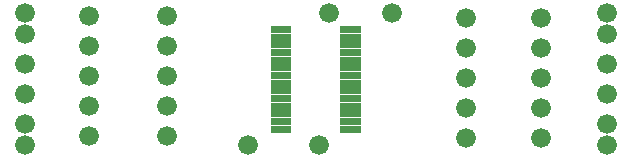
<source format=gbr>
G04 start of page 5 for group -4063 idx -4063 *
G04 Title: (unknown), componentmask *
G04 Creator: pcb 20100929 *
G04 CreationDate: Fri Apr 25 13:48:38 2014 UTC *
G04 For: xpi *
G04 Format: Gerber/RS-274X *
G04 PCB-Dimensions: 200000 50000 *
G04 PCB-Coordinate-Origin: lower left *
%MOIN*%
%FSLAX25Y25*%
%LNFRONTMASK*%
%ADD26C,0.0660*%
%ADD27R,0.0230X0.0230*%
G54D26*X197000Y30000D03*
X175000Y45500D03*
X197000Y40000D03*
Y20000D03*
Y10000D03*
X175000Y25500D03*
Y35500D03*
X197000Y47000D03*
Y3000D03*
X3000Y40000D03*
Y47000D03*
Y20000D03*
Y10000D03*
Y30000D03*
Y3000D03*
X50500Y26000D03*
Y36000D03*
Y46000D03*
X24500D03*
Y6000D03*
Y16000D03*
Y26000D03*
Y36000D03*
X50500Y6000D03*
X150000Y5500D03*
X175000D03*
X77500Y3000D03*
X101000D03*
X50500Y16000D03*
X150000Y25500D03*
Y35500D03*
Y45500D03*
Y15500D03*
X175000D03*
X125500Y47000D03*
X104500D03*
G54D27*X86083Y21162D02*X90689D01*
X86083Y16044D02*X90689D01*
X86083Y13485D02*X90689D01*
X86083Y10926D02*X90689D01*
X86083Y8367D02*X90689D01*
X86083Y18603D02*X90689D01*
X86083Y33956D02*X90689D01*
X86083Y31397D02*X90689D01*
X86083Y28838D02*X90689D01*
X86083Y26279D02*X90689D01*
X86083Y41633D02*X90689D01*
X86083Y39074D02*X90689D01*
X86083Y36515D02*X90689D01*
X86083Y23721D02*X90689D01*
X109311Y8367D02*X113917D01*
X109311Y10926D02*X113917D01*
X109311Y16044D02*X113917D01*
X109311Y13485D02*X113917D01*
X109311Y26279D02*X113917D01*
X109311Y28838D02*X113917D01*
X109311Y31397D02*X113917D01*
X109311Y33956D02*X113917D01*
X109311Y36515D02*X113917D01*
X109311Y39074D02*X113917D01*
X109311Y41633D02*X113917D01*
X109311Y18603D02*X113917D01*
X109311Y21162D02*X113917D01*
X109311Y23721D02*X113917D01*
M02*

</source>
